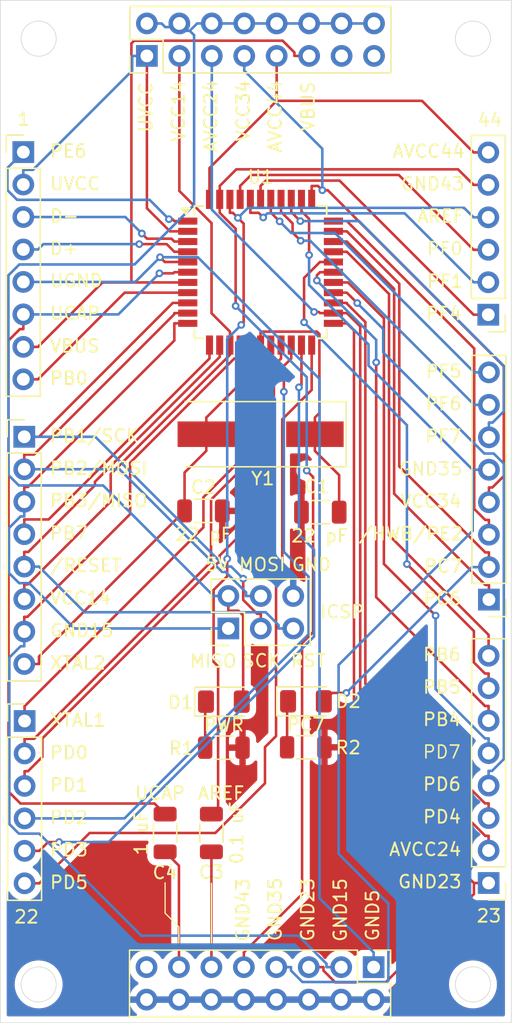
<source format=kicad_pcb>
(kicad_pcb (version 20240108) (generator "pcbnew") (generator_version "8.0")
  (layers (0 "F.Cu" signal) (31 "B.Cu" signal) (34 "B.Paste" user) (35 "F.Paste" user) (36 "B.SilkS" user "B.Silkscreen") (37 "F.SilkS" user "F.Silkscreen") (38 "B.Mask" user) (39 "F.Mask" user) (44 "Edge.Cuts" user))
  (net 0 "")
  (net 1 "GND")
  (net 2 "XTAL1")
  (net 3 "XTAL2")
  (net 4 "AREF")
  (net 5 "Net-(J9-Pin_11)")
  (net 6 "Net-(J9-Pin_13)")
  (net 7 "UCAP")
  (net 8 "RESET")
  (net 9 "MOSI")
  (net 10 "5V")
  (net 11 "MISO")
  (net 12 "SCK")
  (net 13 "GND5")
  (net 14 "Net-(J2-Pin_4)")
  (net 15 "VBUS")
  (net 16 "Net-(J2-Pin_1)")
  (net 17 "Net-(J2-Pin_3)")
  (net 18 "Net-(J2-Pin_8)")
  (net 19 "PWR2")
  (net 20 "GND15")
  (net 21 "PWR14")
  (net 22 "Net-(J3-Pin_4)")
  (net 23 "Net-(J4-Pin_2)")
  (net 24 "Net-(J4-Pin_5)")
  (net 25 "Net-(J4-Pin_6)")
  (net 26 "Net-(J4-Pin_3)")
  (net 27 "Net-(J4-Pin_4)")
  (net 28 "Net-(J5-Pin_6)")
  (net 29 "Net-(J5-Pin_5)")
  (net 30 "Net-(J5-Pin_7)")
  (net 31 "Net-(J5-Pin_4)")
  (net 32 "Net-(J5-Pin_3)")
  (net 33 "Net-(J5-Pin_8)")
  (net 34 "PWR24")
  (net 35 "GND23")
  (net 36 "GND35")
  (net 37 "Net-(J6-Pin_7)")
  (net 38 "Net-(J6-Pin_3)")
  (net 39 "PWR34")
  (net 40 "Net-(J6-Pin_1)")
  (net 41 "Net-(J6-Pin_8)")
  (net 42 "Net-(J6-Pin_6)")
  (net 43 "IO13")
  (net 44 "Net-(J7-Pin_2)")
  (net 45 "GND43")
  (net 46 "Net-(J7-Pin_3)")
  (net 47 "Net-(J7-Pin_1)")
  (net 48 "PWR44")
  (net 52 "Net-(D1-K)")
  (net 53 "Net-(D2-K)")
  (footprint "Crystal:Crystal_SMD_HC49-SD" (layer "F.Cu") (at 140.375 73.95 180)
    (property "Reference" "Y1")
    (property "Value" "16 MHz" (hide yes))
  )
  (footprint "Connector_PinHeader_2.54mm:PinHeader_1x06_P2.54mm_Vertical" (layer "F.Cu") (at 121.9 96.39)
    (property "Reference" "J4" (hide yes))
    (property "Value" "~" (hide yes))
  )
  (footprint "Resistor_SMD:R_1206_3216Metric" (layer "F.Cu") (at 137.5 98.475)
    (property "Reference" "R1")
    (property "Value" "220")
  )
  (footprint "Capacitor_SMD:C_1206_3216Metric" (layer "F.Cu") (at 136.525 105.15 -90)
    (property "Reference" "C3")
    (property "Value" "0.1 uF")
  )
  (footprint "Connector_PinHeader_2.54mm:PinHeader_2x08_P2.54mm_Vertical" (layer "F.Cu") (at 149.225 115.65 -90)
    (property "Reference" "J9" (hide yes))
    (property "Value" "GND" (hide yes))
  )
  (footprint "LED_SMD:LED_1206_3216Metric" (layer "F.Cu") (at 137.5 94.875)
    (property "Reference" "D1")
    (property "Value" "PWR")
  )
  (footprint "Connector_PinHeader_2.54mm:PinHeader_1x06_P2.54mm_Vertical" (layer "F.Cu") (at 158.2 64.6 180)
    (property "Reference" "J7" (hide yes))
    (property "Value" "~" (hide yes))
  )
  (footprint "Package_QFP:TQFP-44_10x10mm_P0.8mm" (layer "F.Cu") (at 140.375 61.275)
    (property "Reference" "U1")
    (property "Value" "ATmega32U4-A" (hide yes))
  )
  (footprint "Connector_PinHeader_2.54mm:PinHeader_1x08_P2.54mm_Vertical" (layer "F.Cu") (at 158.25 86.89 180)
    (property "Reference" "J6" (hide yes))
    (property "Value" "~" (hide yes))
  )
  (footprint "Capacitor_SMD:C_1206_3216Metric" (layer "F.Cu") (at 145.05 80.05 180)
    (property "Reference" "C1")
    (property "Value" "22 pF")
  )
  (footprint "Connector_PinHeader_2.54mm:PinHeader_2x08_P2.54mm_Vertical" (layer "F.Cu") (at 131.475 44.35 90)
    (property "Reference" "J8" (hide yes))
    (property "Value" "PWR" (hide yes))
  )
  (footprint "Connector_PinHeader_2.54mm:PinHeader_2x03_P2.54mm_Vertical" (layer "F.Cu") (at 137.85 89.15 90)
    (property "Reference" "J1" (hide yes))
    (property "Value" "ICSP")
  )
  (footprint "Connector_PinHeader_2.54mm:PinHeader_1x08_P2.54mm_Vertical" (layer "F.Cu") (at 121.8 51.875)
    (property "Reference" "J2" (hide yes))
    (property "Value" "~" (hide yes))
  )
  (footprint "Capacitor_SMD:C_1206_3216Metric" (layer "F.Cu") (at 135.9 79.95)
    (property "Reference" "C2")
    (property "Value" "22 pF")
  )
  (footprint "LED_SMD:LED_1206_3216Metric" (layer "F.Cu") (at 143.925 94.85)
    (property "Reference" "D2")
    (property "Value" "PC7")
  )
  (footprint "Connector_PinHeader_2.54mm:PinHeader_1x08_P2.54mm_Vertical" (layer "F.Cu") (at 158.225 109.065 180)
    (property "Reference" "J5" (hide yes))
    (property "Value" "~" (hide yes))
  )
  (footprint "Capacitor_SMD:C_1206_3216Metric" (layer "F.Cu") (at 132.9 105.15 90)
    (property "Reference" "C4")
    (property "Value" "1 uF")
  )
  (footprint "Resistor_SMD:R_1206_3216Metric" (layer "F.Cu") (at 143.9125 98.45)
    (property "Reference" "R2")
    (property "Value" "220")
  )
  (footprint "Connector_PinHeader_2.54mm:PinHeader_1x08_P2.54mm_Vertical" (layer "F.Cu") (at 121.875 74.15)
    (property "Reference" "J3" (hide yes))
    (property "Value" "~" (hide yes))
  )
  (gr_line (start 132.9 109.05) (end 132.9 111.425) (stroke (width 0.1)) (layer "F.SilkS"))
  (gr_line (start 133.975 112.5) (end 133.975 113.75) (stroke (width 0.1)) (layer "F.SilkS"))
  (gr_line (start 136.525 109.1) (end 136.525 113.75) (stroke (width 0.1)) (layer "F.SilkS"))
  (gr_line (start 132.9 111.425) (end 133.975 112.5) (stroke (width 0.1)) (layer "F.SilkS"))
  (gr_circle (center 157 43) (end 158.375 43) (stroke (width 0.05)) (fill none) (layer "Edge.Cuts"))
  (gr_circle (center 157 117) (end 158.375 117) (stroke (width 0.05)) (fill none) (layer "Edge.Cuts"))
  (gr_circle (center 123 117) (end 124.375 117) (stroke (width 0.05)) (fill none) (layer "Edge.Cuts"))
  (gr_rect (start 120 40) (end 160 120) (stroke (width 0.05)) (fill none) (layer "Edge.Cuts"))
  (gr_circle (center 123 43) (end 124.375 43) (stroke (width 0.05)) (fill none) (layer "Edge.Cuts"))
  (gr_text "GND23" (at 144.65 113.725 90) (layer "F.SilkS") (effects (font (size 1 1)) (justify left bottom)))
  (gr_text "PD4" (at 153 104.475 0) (layer "F.SilkS") (effects (font (size 1 1)) (justify left bottom)))
  (gr_text "PF1" (at 153.3 62.575 0) (layer "F.SilkS") (effects (font (size 1 1)) (justify left bottom)))
  (gr_text "GND15" (at 147.2 113.75 90) (layer "F.SilkS") (effects (font (size 1 1)) (justify left bottom)))
  (gr_text "PD1" (at 123.8 101.98 0) (layer "F.SilkS") (effects (font (size 1 1)) (justify left bottom)))
  (gr_text "UVCC" (at 123.8 54.93 0) (layer "F.SilkS") (effects (font (size 1 1)) (justify left bottom)))
  (gr_text "VBUS" (at 144.675 50.325 90) (layer "F.SilkS") (effects (font (size 1 1)) (justify left bottom)))
  (gr_text "PD2" (at 123.8 104.53 0) (layer "F.SilkS") (effects (font (size 1 1) (thickness -0.15)) (justify left bottom)))
  (gr_text "D+" (at 123.8 60.005 0) (layer "F.SilkS") (effects (font (size 1 1) (thickness -0.15)) (justify left bottom)))
  (gr_text "VCC14" (at 134.525 51.15 90) (layer "F.SilkS") (effects (font (size 1 1)) (justify left bottom)))
  (gr_text "PF7" (at 153.175 74.7 0) (layer "F.SilkS") (effects (font (size 1 1)) (justify left bottom)))
  (gr_text "PC7" (at 153.1 84.875 0) (layer "F.SilkS") (effects (font (size 1 1)) (justify left bottom)))
  (gr_text "D-" (at 123.8 57.455 0) (layer "F.SilkS") (effects (font (size 1 1)) (justify left bottom)))
  (gr_text "MOSI" (at 138.59 84.735 0) (layer "F.SilkS") (effects (font (size 1 1)) (justify left bottom)))
  (gr_text "AVCC44" (at 150.625 52.4 0) (layer "F.SilkS") (effects (font (size 1 1)) (justify left bottom)))
  (gr_text "PD7" (at 153 99.4 0) (layer "F.SilkS") (effects (font (size 1 1) (thickness -0.15)) (justify left bottom)))
  (gr_text "GND23" (at 151.05 109.55 0) (layer "F.SilkS") (effects (font (size 1 1)) (justify left bottom)))
  (gr_text "PD6" (at 153 101.925 0) (layer "F.SilkS") (effects (font (size 1 1)) (justify left bottom)))
  (gr_text "UCAP" (at 130.45 102.625 0) (layer "F.SilkS") (effects (font (size 1 1)) (justify left bottom)))
  (gr_text "AREF" (at 135.375 102.625 0) (layer "F.SilkS") (effects (font (size 1 1)) (justify left bottom)))
  (gr_text "GND35" (at 142.1 113.7 90) (layer "F.SilkS") (effects (font (size 1 1)) (justify left bottom)))
  (gr_text "1" (at 121.25 49.875 0) (layer "F.SilkS") (effects (font (size 1 1)) (justify left bottom)))
  (gr_text "PB0" (at 123.8 70.155 0) (layer "F.SilkS") (effects (font (size 1 1)) (justify left bottom)))
  (gr_text "PB4" (at 153 96.85 0) (layer "F.SilkS") (effects (font (size 1 1)) (justify left bottom)))
  (gr_text "PF4" (at 153.2 65.1 0) (layer "F.SilkS") (effects (font (size 1 1)) (justify left bottom)))
  (gr_text "PB1/SCK" (at 123.8 74.655 0) (layer "F.SilkS") (effects (font (size 1 1)) (justify left bottom)))
  (gr_text "XTAL1" (at 123.8 96.905 0) (layer "F.SilkS") (effects (font (size 1 1)) (justify left bottom)))
  (gr_text "PD5" (at 123.8 109.605 0) (layer "F.SilkS") (effects (font (size 1 1)) (justify left bottom)))
  (gr_text "GND43" (at 139.575 113.75 90) (layer "F.SilkS") (effects (font (size 1 1)) (justify left bottom)))
  (gr_text "23" (at 157.2 112.225 0) (layer "F.SilkS") (effects (font (size 1 1)) (justify left bottom)))
  (gr_text "UVCC" (at 131.975 50.425 90) (layer "F.SilkS") (effects (font (size 1 1)) (justify left bottom)))
  (gr_text "GND43" (at 151.275 54.95 0) (layer "F.SilkS") (effects (font (size 1 1)) (justify left bottom)))
  (gr_text "PE6" (at 123.8 52.38 0) (layer "F.SilkS") (effects (font (size 1 1)) (justify left bottom)))
  (gr_text "VCC34" (at 139.6 51.125 90) (layer "F.SilkS") (effects (font (size 1 1)) (justify left bottom)))
  (gr_text "RST" (at 142.64 92.26 0) (layer "F.SilkS") (effects (font (size 1 1)) (justify left bottom)))
  (gr_text "PD0" (at 123.8 99.455 0) (layer "F.SilkS") (effects (font (size 1 1)) (justify left bottom)))
  (gr_text "44" (at 157.275 49.95 0) (layer "F.SilkS") (effects (font (size 1 1)) (justify left bottom)))
  (gr_text "VBUS" (at 123.8 67.63 0) (layer "F.SilkS") (effects (font (size 1 1)) (justify left bottom)))
  (gr_text "AVCC44" (at 142.1 52 90) (layer "F.SilkS") (effects (font (size 1 1)) (justify left bottom)))
  (gr_text "AVCC24" (at 150.35 107.025 0) (layer "F.SilkS") (effects (font (size 1 1)) (justify left bottom)))
  (gr_text "VCC14" (at 123.8 87.355 0) (layer "F.SilkS") (effects (font (size 1 1)) (justify left bottom)))
  (gr_text "AVCC24" (at 137.05 51.975 90) (layer "F.SilkS") (effects (font (size 1 1)) (justify left bottom)))
  (gr_text "UCAP" (at 123.8 65.08 0) (layer "F.SilkS") (effects (font (size 1 1)) (justify left bottom)))
  (gr_text "GND" (at 142.74 84.735 0) (layer "F.SilkS") (effects (font (size 1 1)) (justify left bottom)))
  (gr_text "PF0" (at 153.3 60.025 0) (layer "F.SilkS") (effects (font (size 1 1) (thickness -0.15)) (justify left bottom)))
  (gr_text "PB2/MOSI" (at 123.8 77.205 0) (layer "F.SilkS") (effects (font (size 1 1)) (justify left bottom)))
  (gr_text "PC6" (at 153.025 87.4 0) (layer "F.SilkS") (effects (font (size 1 1)) (justify left bottom)))
  (gr_text "PB5" (at 153 94.325 0) (layer "F.SilkS") (effects (font (size 1 1)) (justify left bottom)))
  (gr_text "5V" (at 135.965 84.735 0) (layer "F.SilkS") (effects (font (size 1 1)) (justify left bottom)))
  (gr_text "/HWB/PE2" (at 147.975 82.325 0) (layer "F.SilkS") (effects (font (size 1 1)) (justify left bottom)))
  (gr_text "PF6" (at 153.2 72.15 0) (layer "F.SilkS") (effects (font (size 1 1)) (justify left bottom)))
  (gr_text "PF5" (at 153.2 69.625 0) (layer "F.SilkS") (effects (font (size 1 1)) (justify left bottom)))
  (gr_text "VCC34" (at 151.225 79.775 0) (layer "F.SilkS") (effects (font (size 1 1)) (justify left bottom)))
  (gr_text "SCK" (at 138.865 92.26 0) (layer "F.SilkS") (effects (font (size 1 1)) (justify left bottom)))
  (gr_text "PB7" (at 123.8 82.28 0) (layer "F.SilkS") (effects (font (size 1 1) (thickness -0.15)) (justify left bottom)))
  (gr_text "PB3/MISO" (at 123.8 79.73 0) (layer "F.SilkS") (effects (font (size 1 1)) (justify left bottom)))
  (gr_text "UGND" (at 123.8 62.53 0) (layer "F.SilkS") (effects (font (size 1 1)) (justify left bottom)))
  (gr_text "MISO" (at 134.765 92.285 0) (layer "F.SilkS") (effects (font (size 1 1)) (justify left bottom)))
  (gr_text "22" (at 121 112.3 0) (layer "F.SilkS") (effects (font (size 1 1)) (justify left bottom)))
  (gr_text "PB6" (at 153 91.775 0) (layer "F.SilkS") (effects (font (size 1 1)) (justify left bottom)))
  (gr_text "/RESET" (at 123.8 84.805 0) (layer "F.SilkS") (effects (font (size 1 1)) (justify left bottom)))
  (gr_text "GND5" (at 149.725 113.7 90) (layer "F.SilkS") (effects (font (size 1 1)) (justify left bottom)))
  (gr_text "XTAL2" (at 123.8 92.43 0) (layer "F.SilkS") (effects (font (size 1 1)) (justify left bottom)))
  (gr_text "PD3" (at 123.8 107.055 0) (layer "F.SilkS") (effects (font (size 1 1)) (justify left bottom)))
  (gr_text "GND35" (at 151.125 77.25 0) (layer "F.SilkS") (effects (font (size 1 1) (thickness -0.15)) (justify left bottom)))
  (gr_text "AREF" (at 152.55 57.475 0) (layer "F.SilkS") (effects (font (size 1 1)) (justify left bottom)))
  (gr_text "GND15" (at 123.8 89.905 0) (layer "F.SilkS") (effects (font (size 1 1)) (justify left bottom)))
  (segment (start 135.9 78.8807) (end 140.375 74.4057) (width 0.2) (layer "F.Cu") (net 2))
  (segment (start 146.525 80.05) (end 146.525 77.1517) (width 0.2) (layer "F.Cu") (net 2))
  (segment (start 144.7858 65.9233) (end 140.375 65.9233) (width 0.2) (layer "F.Cu") (net 2))
  (segment (start 144.9779 72.2954) (end 144.9779 66.1154) (width 0.2) (layer "F.Cu") (net 2))
  (segment (start 121.9 95.2383) (end 135.9 81.2383) (width 0.2) (layer "F.Cu") (net 2))
  (segment (start 144.625 73.95) (end 144.625 75.2517) (width 0.2) (layer "F.Cu") (net 2))
  (segment (start 144.625 73.95) (end 144.625 72.6483) (width 0.2) (layer "F.Cu") (net 2))
  (segment (start 140.375 66.975) (end 140.375 65.9233) (width 0.2) (layer "F.Cu") (net 2))
  (segment (start 146.525 77.1517) (end 144.625 75.2517) (width 0.2) (layer "F.Cu") (net 2))
  (segment (start 140.375 74.4057) (end 140.375 68.0267) (width 0.2) (layer "F.Cu") (net 2))
  (segment (start 144.625 72.6483) (end 144.9779 72.2954) (width 0.2) (layer "F.Cu") (net 2))
  (segment (start 135.9 81.2383) (end 135.9 78.8807) (width 0.2) (layer "F.Cu") (net 2))
  (segment (start 140.375 66.975) (end 140.375 68.0267) (width 0.2) (layer "F.Cu") (net 2))
  (segment (start 144.9779 66.1154) (end 144.7858 65.9233) (width 0.2) (layer "F.Cu") (net 2))
  (segment (start 121.9 96.39) (end 121.9 95.2383) (width 0.2) (layer "F.Cu") (net 2))
  (segment (start 134.425 79.95) (end 134.425 76.9517) (width 0.2) (layer "F.Cu") (net 3))
  (segment (start 139.575 66.975) (end 139.575 69.1983) (width 0.2) (layer "F.Cu") (net 3))
  (segment (start 123.0267 91.3483) (end 134.425 79.95) (width 0.2) (layer "F.Cu") (net 3))
  (segment (start 121.875 91.93) (end 123.0267 91.93) (width 0.2) (layer "F.Cu") (net 3))
  (segment (start 123.0267 91.93) (end 123.0267 91.3483) (width 0.2) (layer "F.Cu") (net 3))
  (segment (start 139.575 69.1983) (end 136.125 72.6483) (width 0.2) (layer "F.Cu") (net 3))
  (segment (start 134.425 76.9517) (end 136.125 75.2517) (width 0.2) (layer "F.Cu") (net 3))
  (segment (start 136.125 73.95) (end 136.125 72.6483) (width 0.2) (layer "F.Cu") (net 3))
  (segment (start 136.125 73.95) (end 136.125 75.2517) (width 0.2) (layer "F.Cu") (net 3))
  (segment (start 137.049 92.1159) (end 137.049 103.151) (width 0.2) (layer "F.Cu") (net 4))
  (segment (start 137.7618 83.7039) (end 137.7618 85.0694) (width 0.2) (layer "F.Cu") (net 4))
  (segment (start 139.0499 65.2083) (end 138.8603 65.3979) (width 0.2) (layer "F.Cu") (net 4))
  (segment (start 139.0499 57.4739) (end 139.0499 65.2083) (width 0.2) (layer "F.Cu") (net 4))
  (segment (start 138.5993 57.0233) (end 139.0499 57.4739) (width 0.2) (layer "F.Cu") (net 4))
  (segment (start 137.7618 85.0694) (end 136.6983 86.1329) (width 0.2) (layer "F.Cu") (net 4))
  (segment (start 137.049 103.151) (end 136.525 103.675) (width 0.2) (layer "F.Cu") (net 4))
  (segment (start 136.6983 86.1329) (end 136.6983 91.7652) (width 0.2) (layer "F.Cu") (net 4))
  (segment (start 136.6983 91.7652) (end 137.049 92.1159) (width 0.2) (layer "F.Cu") (net 4))
  (segment (start 138.2027 56.6267) (end 138.5993 57.0233) (width 0.2) (layer "F.Cu") (net 4))
  (segment (start 137.975 56.6267) (end 138.2027 56.6267) (width 0.2) (layer "F.Cu") (net 4))
  (segment (start 137.975 55.575) (end 137.975 56.6267) (width 0.2) (layer "F.Cu") (net 4))
  (via (at 137.7618 83.7039) (size 0.6) (drill 0.3) (layers "F.Cu" "B.Cu") (net 4))
  (via (at 138.8603 65.3979) (size 0.6) (drill 0.3) (layers "F.Cu" "B.Cu") (net 4))
  (via (at 138.5993 57.0233) (size 0.6) (drill 0.3) (layers "F.Cu" "B.Cu") (net 4))
  (segment (start 157.0483 56.98) (end 156.3066 56.2383) (width 0.2) (layer "B.Cu") (net 4))
  (segment (start 137.7618 66.4964) (end 137.7618 83.7039) (width 0.2) (layer "B.Cu") (net 4))
  (segment (start 139.3843 56.2383) (end 138.5993 57.0233) (width 0.2) (layer "B.Cu") (net 4))
  (segment (start 156.3066 56.2383) (end 139.3843 56.2383) (width 0.2) (layer "B.Cu") (net 4))
  (segment (start 138.8603 65.3979) (end 137.7618 66.4964) (width 0.2) (layer "B.Cu") (net 4))
  (segment (start 158.2 56.98) (end 157.0483 56.98) (width 0.2) (layer "B.Cu") (net 4))
  (segment (start 136.525 115.65) (end 136.525 106.625) (width 0.2) (layer "F.Cu") (net 5))
  (segment (start 132.9 106.625) (end 133.985 107.71) (width 0.2) (layer "F.Cu") (net 6))
  (segment (start 133.985 107.71) (end 133.985 115.65) (width 0.2) (layer "F.Cu") (net 6))
  (segment (start 132.0728 102.8478) (end 121.5779 102.8478) (width 0.2) (layer "F.Cu") (net 7))
  (segment (start 121.8 64.575) (end 121.8 65.7267) (width 0.2) (layer "F.Cu") (net 7))
  (segment (start 120.6432 101.9131) (end 120.6432 66.615) (width 0.2) (layer "F.Cu") (net 7))
  (segment (start 121.5779 102.8478) (end 120.6432 101.9131) (width 0.2) (layer "F.Cu") (net 7))
  (segment (start 134.675 61.275) (end 133.6233 61.275) (width 0.2) (layer "F.Cu") (net 7))
  (segment (start 132.9 103.675) (end 132.0728 102.8478) (width 0.2) (layer "F.Cu") (net 7))
  (segment (start 132.4547 61.3616) (end 133.5367 61.3616) (width 0.2) (layer "F.Cu") (net 7))
  (segment (start 120.6432 66.615) (end 121.5315 65.7267) (width 0.2) (layer "F.Cu") (net 7))
  (segment (start 121.5315 65.7267) (end 121.8 65.7267) (width 0.2) (layer "F.Cu") (net 7))
  (segment (start 133.5367 61.3616) (end 133.6233 61.275) (width 0.2) (layer "F.Cu") (net 7))
  (via (at 132.4547 61.3616) (size 0.6) (drill 0.3) (layers "F.Cu" "B.Cu") (net 7))
  (segment (start 121.8 64.575) (end 122.9517 64.575) (width 0.2) (layer "B.Cu") (net 7))
  (segment (start 122.9517 64.575) (end 129.2413 64.575) (width 0.2) (layer "B.Cu") (net 7))
  (segment (start 129.2413 64.575) (end 132.4547 61.3616) (width 0.2) (layer "B.Cu") (net 7))
  (segment (start 121.875 83.1583) (end 122.1968 83.1583) (width 0.2) (layer "F.Cu") (net 8))
  (segment (start 121.875 84.31) (end 121.875 83.1583) (width 0.2) (layer "F.Cu") (net 8))
  (segment (start 137.175 67.9035) (end 137.175 66.975) (width 0.2) (layer "F.Cu") (net 8))
  (segment (start 127.4065 77.9486) (end 127.4065 77.672) (width 0.2) (layer "F.Cu") (net 8))
  (segment (start 127.4065 77.672) (end 137.175 67.9035) (width 0.2) (layer "F.Cu") (net 8))
  (segment (start 122.1968 83.1583) (end 127.4065 77.9486) (width 0.2) (layer "F.Cu") (net 8))
  (segment (start 142.93 89.15) (end 141.7783 89.15) (width 0.2) (layer "B.Cu") (net 8))
  (segment (start 126.5967 87.88) (end 140.7768 87.88) (width 0.2) (layer "B.Cu") (net 8))
  (segment (start 141.7783 88.8815) (end 141.7783 89.15) (width 0.2) (layer "B.Cu") (net 8))
  (segment (start 140.7768 87.88) (end 141.7783 88.8815) (width 0.2) (layer "B.Cu") (net 8))
  (segment (start 121.875 84.31) (end 123.0267 84.31) (width 0.2) (layer "B.Cu") (net 8))
  (segment (start 123.0267 84.31) (end 126.5967 87.88) (width 0.2) (layer "B.Cu") (net 8))
  (segment (start 122.6402 75.5383) (end 133.6233 64.5552) (width 0.2) (layer "F.Cu") (net 9))
  (segment (start 133.6233 64.5552) (end 133.6233 64.475) (width 0.2) (layer "F.Cu") (net 9))
  (segment (start 121.875 75.5383) (end 122.6402 75.5383) (width 0.2) (layer "F.Cu") (net 9))
  (segment (start 134.675 64.475) (end 133.6233 64.475) (width 0.2) (layer "F.Cu") (net 9))
  (segment (start 121.875 76.69) (end 121.875 75.5383) (width 0.2) (layer "F.Cu") (net 9))
  (segment (start 137.3684 84.7293) (end 137.641 84.7293) (width 0.2) (layer "B.Cu") (net 9))
  (segment (start 140.39 86.61) (end 139.2383 86.61) (width 0.2) (layer "B.Cu") (net 9))
  (segment (start 121.875 76.69) (end 123.0267 76.69) (width 0.2) (layer "B.Cu") (net 9))
  (segment (start 129.3291 76.69) (end 137.3684 84.7293) (width 0.2) (layer "B.Cu") (net 9))
  (segment (start 139.2383 86.3265) (end 139.2383 86.61) (width 0.2) (layer "B.Cu") (net 9))
  (segment (start 137.641 84.7293) (end 139.2382 86.3265) (width 0.2) (layer "B.Cu") (net 9))
  (segment (start 123.0267 76.69) (end 129.3291 76.69) (width 0.2) (layer "B.Cu") (net 9))
  (segment (start 139.2382 86.3265) (end 139.2383 86.3265) (width 0.2) (layer "B.Cu") (net 9))
  (segment (start 137.85 86.61) (end 137.85 87.7617) (width 0.2) (layer "F.Cu") (net 10))
  (segment (start 137.85 87.7617) (end 138.6418 87.7617) (width 0.2) (layer "F.Cu") (net 10))
  (segment (start 138.6418 87.7617) (end 139.01 88.1299) (width 0.2) (layer "F.Cu") (net 10))
  (segment (start 139.01 88.1299) (end 139.01 94.765) (width 0.2) (layer "F.Cu") (net 10))
  (segment (start 139.01 94.765) (end 138.9 94.875) (width 0.2) (layer "F.Cu") (net 10))
  (segment (start 134.8275 42.3858) (end 135.4033 41.81) (width 0.2) (layer "B.Cu") (net 10))
  (segment (start 134.015 41.81) (end 134.015 42.0979) (width 0.2) (layer "B.Cu") (net 10))
  (segment (start 139.095 41.81) (end 136.555 41.81) (width 0.2) (layer "B.Cu") (net 10))
  (segment (start 135.1706 56.0055) (end 135.1706 42.7289) (width 0.2) (layer "B.Cu") (net 10))
  (segment (start 135.1706 42.7289) (end 134.8275 42.3858) (width 0.2) (layer "B.Cu") (net 10))
  (segment (start 120.6329 61.5214) (end 121.486 60.6683) (width 0.2) (layer "B.Cu") (net 10))
  (segment (start 121.486 60.6683) (end 130.5078 60.6683) (width 0.2) (layer "B.Cu") (net 10))
  (segment (start 137.85 86.61) (end 136.6983 86.61) (width 0.2) (layer "B.Cu") (net 10))
  (segment (start 121.4514 77.96) (end 120.6329 77.1415) (width 0.2) (layer "B.Cu") (net 10))
  (segment (start 130.5078 60.6683) (end 135.1706 56.0055) (width 0.2) (layer "B.Cu") (net 10))
  (segment (start 136.555 41.81) (end 135.4033 41.81) (width 0.2) (layer "B.Cu") (net 10))
  (segment (start 132.9146 42.0979) (end 132.6267 41.81) (width 0.2) (layer "B.Cu") (net 10))
  (segment (start 134.015 42.0979) (end 134.015 42.3858) (width 0.2) (layer "B.Cu") (net 10))
  (segment (start 134.015 42.0979) (end 132.9146 42.0979) (width 0.2) (layer "B.Cu") (net 10))
  (segment (start 131.475 41.81) (end 132.6267 41.81) (width 0.2) (layer "B.Cu") (net 10))
  (segment (start 120.6329 77.1415) (end 120.6329 61.5214) (width 0.2) (layer "B.Cu") (net 10))
  (segment (start 149.255 41.81) (end 146.715 41.81) (width 0.2) (layer "B.Cu") (net 10))
  (segment (start 136.6983 86.61) (end 128.0483 77.96) (width 0.2) (layer "B.Cu") (net 10))
  (segment (start 141.635 41.81) (end 139.095 41.81) (width 0.2) (layer "B.Cu") (net 10))
  (segment (start 128.0483 77.96) (end 121.4514 77.96) (width 0.2) (layer "B.Cu") (net 10))
  (segment (start 134.015 42.3858) (end 134.8275 42.3858) (width 0.2) (layer "B.Cu") (net 10))
  (segment (start 146.715 41.81) (end 144.175 41.81) (width 0.2) (layer "B.Cu") (net 10))
  (segment (start 144.175 41.81) (end 141.635 41.81) (width 0.2) (layer "B.Cu") (net 10))
  (segment (start 134.675 65.275) (end 133.6233 65.275) (width 0.2) (layer "F.Cu") (net 11))
  (segment (start 133.6233 66.6179) (end 133.6233 65.275) (width 0.2) (layer "F.Cu") (net 11))
  (segment (start 121.875 79.23) (end 121.875 78.0783) (width 0.2) (layer "F.Cu") (net 11))
  (segment (start 122.1629 78.0783) (end 133.6233 66.6179) (width 0.2) (layer "F.Cu") (net 11))
  (segment (start 121.875 78.0783) (end 122.1629 78.0783) (width 0.2) (layer "F.Cu") (net 11))
  (segment (start 125.8065 89.15) (end 137.85 89.15) (width 0.2) (layer "B.Cu") (net 11))
  (segment (start 120.6743 81.2945) (end 120.6743 84.8064) (width 0.2) (layer "B.Cu") (net 11))
  (segment (start 121.5871 80.3817) (end 120.6743 81.2945) (width 0.2) (layer "B.Cu") (net 11))
  (segment (start 120.6743 84.8064) (end 121.4729 85.605) (width 0.2) (layer "B.Cu") (net 11))
  (segment (start 121.875 80.3817) (end 121.5871 80.3817) (width 0.2) (layer "B.Cu") (net 11))
  (segment (start 121.4729 85.605) (end 122.2615 85.605) (width 0.2) (layer "B.Cu") (net 11))
  (segment (start 121.875 79.23) (end 121.875 80.3817) (width 0.2) (layer "B.Cu") (net 11))
  (segment (start 122.2615 85.605) (end 125.8065 89.15) (width 0.2) (layer "B.Cu") (net 11))
  (segment (start 139.0158 86.9169) (end 139.0158 85.2533) (width 0.2) (layer "F.Cu") (net 12))
  (segment (start 134.675 63.675) (end 133.5017 63.675) (width 0.2) (layer "F.Cu") (net 12))
  (segment (start 121.875 74.15) (end 123.0267 74.15) (width 0.2) (layer "F.Cu") (net 12))
  (segment (start 140.0972 87.9983) (end 139.0158 86.9169) (width 0.2) (layer "F.Cu") (net 12))
  (segment (start 140.39 87.9983) (end 140.0972 87.9983) (width 0.2) (layer "F.Cu") (net 12))
  (segment (start 133.5017 63.675) (end 123.0267 74.15) (width 0.2) (layer "F.Cu") (net 12))
  (segment (start 140.39 89.15) (end 140.39 87.9983) (width 0.2) (layer "F.Cu") (net 12))
  (via (at 139.0158 85.2533) (size 0.6) (drill 0.3) (layers "F.Cu" "B.Cu") (net 12))
  (segment (start 138.0681 84.3056) (end 139.0158 85.2533) (width 0.2) (layer "B.Cu") (net 12))
  (segment (start 137.1601 83.8771) (end 137.1601 83.953) (width 0.2) (layer "B.Cu") (net 12))
  (segment (start 123.0267 74.15) (end 127.433 74.15) (width 0.2) (layer "B.Cu") (net 12))
  (segment (start 137.1601 83.953) (end 137.5127 84.3056) (width 0.2) (layer "B.Cu") (net 12))
  (segment (start 127.433 74.15) (end 137.1601 83.8771) (width 0.2) (layer "B.Cu") (net 12))
  (segment (start 121.875 74.15) (end 123.0267 74.15) (width 0.2) (layer "B.Cu") (net 12))
  (segment (start 137.5127 84.3056) (end 138.0681 84.3056) (width 0.2) (layer "B.Cu") (net 12))
  (segment (start 132.5035 60.1004) (end 132.8781 60.475) (width 0.2) (layer "F.Cu") (net 13))
  (segment (start 132.8781 60.475) (end 134.675 60.475) (width 0.2) (layer "F.Cu") (net 13))
  (via (at 132.5035 60.1004) (size 0.6) (drill 0.3) (layers "F.Cu" "B.Cu") (net 13))
  (segment (start 130.5689 62.035) (end 132.5035 60.1004) (width 0.2) (layer "B.Cu") (net 13))
  (segment (start 144.9904 110.2637) (end 144.9904 69.6291) (width 0.2) (layer "B.Cu") (net 13))
  (segment (start 121.8 62.035) (end 130.5689 62.035) (width 0.2) (layer "B.Cu") (net 13))
  (segment (start 135.4617 60.1004) (end 132.5035 60.1004) (width 0.2) (layer "B.Cu") (net 13))
  (segment (start 149.225 115.65) (end 149.225 114.4983) (width 0.2) (layer "B.Cu") (net 13))
  (segment (start 149.225 114.4983) (end 144.9904 110.2637) (width 0.2) (layer "B.Cu") (net 13))
  (segment (start 144.9904 69.6291) (end 135.4617 60.1004) (width 0.2) (layer "B.Cu") (net 13))
  (segment (start 133.0248 59.0765) (end 130.8753 59.0765) (width 0.2) (layer "F.Cu") (net 14))
  (segment (start 133.6233 59.675) (end 133.0248 59.0765) (width 0.2) (layer "F.Cu") (net 14))
  (segment (start 134.675 59.675) (end 133.6233 59.675) (width 0.2) (layer "F.Cu") (net 14))
  (via (at 130.8753 59.0765) (size 0.6) (drill 0.3) (layers "F.Cu" "B.Cu") (net 14))
  (segment (start 121.8 59.495) (end 122.9517 59.495) (width 0.2) (layer "B.Cu") (net 14))
  (segment (start 123.3702 59.0765) (end 130.8753 59.0765) (width 0.2) (layer "B.Cu") (net 14))
  (segment (start 122.9517 59.495) (end 123.3702 59.0765) (width 0.2) (layer "B.Cu") (net 14))
  (segment (start 133.6233 62.075) (end 130.2602 62.075) (width 0.2) (layer "F.Cu") (net 15))
  (segment (start 144.175 44.35) (end 143.0233 44.35) (width 0.2) (layer "F.Cu") (net 15))
  (segment (start 130.4745 43.1594) (end 130.2602 43.3737) (width 0.2) (layer "F.Cu") (net 15))
  (segment (start 142.1012 43.1594) (end 130.4745 43.1594) (width 0.2) (layer "F.Cu") (net 15))
  (segment (start 130.2602 43.3737) (end 130.2602 62.075) (width 0.2) (layer "F.Cu") (net 15))
  (segment (start 143.0233 44.0815) (end 142.1012 43.1594) (width 0.2) (layer "F.Cu") (net 15))
  (segment (start 127.9917 62.075) (end 122.9517 67.115) (width 0.2) (layer "F.Cu") (net 15))
  (segment (start 130.2602 62.075) (end 127.9917 62.075) (width 0.2) (layer "F.Cu") (net 15))
  (segment (start 121.8 67.115) (end 122.9517 67.115) (width 0.2) (layer "F.Cu") (net 15))
  (segment (start 143.0233 44.35) (end 143.0233 44.0815) (width 0.2) (layer "F.Cu") (net 15))
  (segment (start 134.675 62.075) (end 133.6233 62.075) (width 0.2) (layer "F.Cu") (net 15))
  (segment (start 133.4735 57.1252) (end 133.1998 57.1252) (width 0.2) (layer "F.Cu") (net 16))
  (segment (start 134.675 57.275) (end 133.6233 57.275) (width 0.2) (layer "F.Cu") (net 16))
  (segment (start 133.6233 57.275) (end 133.4735 57.1252) (width 0.2) (layer "F.Cu") (net 16))
  (via (at 133.1998 57.1252) (size 0.6) (drill 0.3) (layers "F.Cu" "B.Cu") (net 16))
  (segment (start 120.554 53.121) (end 120.554 54.8497) (width 0.2) (layer "B.Cu") (net 16))
  (segment (start 131.6853 55.6107) (end 133.1998 57.1252) (width 0.2) (layer "B.Cu") (net 16))
  (segment (start 121.8 51.875) (end 120.554 53.121) (width 0.2) (layer "B.Cu") (net 16))
  (segment (start 120.554 54.8497) (end 121.315 55.6107) (width 0.2) (layer "B.Cu") (net 16))
  (segment (start 121.315 55.6107) (end 131.6853 55.6107) (width 0.2) (layer "B.Cu") (net 16))
  (segment (start 134.675 58.875) (end 133.6233 58.875) (width 0.2) (layer "F.Cu") (net 17))
  (segment (start 131.0813 58.2484) (end 131.4846 58.6517) (width 0.2) (layer "F.Cu") (net 17))
  (segment (start 133.4 58.6517) (end 133.6233 58.875) (width 0.2) (layer "F.Cu") (net 17))
  (segment (start 131.4846 58.6517) (end 133.4 58.6517) (width 0.2) (layer "F.Cu") (net 17))
  (via (at 131.0813 58.2484) (size 0.6) (drill 0.3) (layers "F.Cu" "B.Cu") (net 17))
  (segment (start 129.7879 56.955) (end 131.0813 58.2484) (width 0.2) (layer "B.Cu") (net 17))
  (segment (start 121.8 56.955) (end 129.7879 56.955) (width 0.2) (layer "B.Cu") (net 17))
  (segment (start 129.7317 62.875) (end 134.675 62.875) (width 0.2) (layer "F.Cu") (net 18))
  (segment (start 122.9517 69.655) (end 129.7317 62.875) (width 0.2) (layer "F.Cu") (net 18))
  (segment (start 121.8 69.655) (end 122.9517 69.655) (width 0.2) (layer "F.Cu") (net 18))
  (segment (start 131.475 44.35) (end 131.475 56.2718) (width 0.2) (layer "F.Cu") (net 19))
  (segment (start 133.2782 58.075) (end 133.6233 58.075) (width 0.2) (layer "F.Cu") (net 19))
  (segment (start 131.475 56.2718) (end 133.2782 58.075) (width 0.2) (layer "F.Cu") (net 19))
  (segment (start 134.675 58.075) (end 133.6233 58.075) (width 0.2) (layer "F.Cu") (net 19))
  (segment (start 122.5617 53.2633) (end 130.3233 45.5017) (width 0.2) (layer "B.Cu") (net 19))
  (segment (start 131.475 44.35) (end 130.3233 44.35) (width 0.2) (layer "B.Cu") (net 19))
  (segment (start 121.8 53.2633) (end 122.5617 53.2633) (width 0.2) (layer "B.Cu") (net 19))
  (segment (start 121.8 54.415) (end 121.8 53.2633) (width 0.2) (layer "B.Cu") (net 19))
  (segment (start 130.3233 45.5017) (end 130.3233 44.35) (width 0.2) (layer "B.Cu") (net 19))
  (segment (start 138.775 66.975) (end 138.775 68.0267) (width 0.2) (layer "F.Cu") (net 20))
  (segment (start 130.1615 76.1821) (end 138.3169 68.0267) (width 0.2) (layer "F.Cu") (net 20))
  (segment (start 121.875 89.39) (end 121.875 88.2383) (width 0.2) (layer "F.Cu") (net 20))
  (segment (start 130.1615 80.2042) (end 130.1615 76.1821) (width 0.2) (layer "F.Cu") (net 20))
  (segment (start 122.1274 88.2383) (end 130.1615 80.2042) (width 0.2) (layer "F.Cu") (net 20))
  (segment (start 121.875 88.2383) (end 122.1274 88.2383) (width 0.2) (layer "F.Cu") (net 20))
  (segment (start 138.3169 68.0267) (end 138.775 68.0267) (width 0.2) (layer "F.Cu") (net 20))
  (segment (start 145.5333 115.3815) (end 145.5333 115.65) (width 0.2) (layer "B.Cu") (net 20))
  (segment (start 146.685 115.65) (end 145.5333 115.65) (width 0.2) (layer "B.Cu") (net 20))
  (segment (start 121.875 89.39) (end 121.875 90.5417) (width 0.2) (layer "B.Cu") (net 20))
  (segment (start 131.0326 113.1868) (end 143.3386 113.1868) (width 0.2) (layer "B.Cu") (net 20))
  (segment (start 123.0502 105.2044) (end 131.0326 113.1868) (width 0.2) (layer "B.Cu") (net 20))
  (segment (start 143.3386 113.1868) (end 145.5333 115.3815) (width 0.2) (layer "B.Cu") (net 20))
  (segment (start 121.875 90.5417) (end 121.5871 90.5417) (width 0.2) (layer "B.Cu") (net 20))
  (segment (start 120.7058 104.4541) (end 121.4561 105.2044) (width 0.2) (layer "B.Cu") (net 20))
  (segment (start 121.5871 90.5417) (end 120.7058 91.423) (width 0.2) (layer "B.Cu") (net 20))
  (segment (start 121.4561 105.2044) (end 123.0502 105.2044) (width 0.2) (layer "B.Cu") (net 20))
  (segment (start 120.7058 91.423) (end 120.7058 104.4541) (width 0.2) (layer "B.Cu") (net 20))
  (segment (start 134.015 44.35) (end 134.015 45.5017) (width 0.2) (layer "F.Cu") (net 21))
  (segment (start 136.5358 57.4358) (end 136.5358 64.4841) (width 0.2) (layer "F.Cu") (net 21))
  (segment (start 134.015 45.5017) (end 134.015 54.915) (width 0.2) (layer "F.Cu") (net 21))
  (segment (start 121.875 86.85) (end 121.875 85.6983) (width 0.2) (layer "F.Cu") (net 21))
  (segment (start 121.875 85.6983) (end 122.1629 85.6983) (width 0.2) (layer "F.Cu") (net 21))
  (segment (start 137.975 66.975) (end 137.975 65.9233) (width 0.2) (layer "F.Cu") (net 21))
  (segment (start 128.6425 77.0754) (end 137.975 67.7429) (width 0.2) (layer "F.Cu") (net 21))
  (segment (start 137.975 67.7429) (end 137.975 66.975) (width 0.2) (layer "F.Cu") (net 21))
  (segment (start 128.6425 79.2187) (end 128.6425 77.0754) (width 0.2) (layer "F.Cu") (net 21))
  (segment (start 136.5358 64.4841) (end 137.975 65.9233) (width 0.2) (layer "F.Cu") (net 21))
  (segment (start 122.1629 85.6983) (end 128.6425 79.2187) (width 0.2) (layer "F.Cu") (net 21))
  (segment (start 134.015 54.915) (end 136.5358 57.4358) (width 0.2) (layer "F.Cu") (net 21))
  (segment (start 121.875 81.77) (end 121.875 80.6183) (width 0.2) (layer "F.Cu") (net 22))
  (segment (start 121.875 80.6183) (end 123.7834 80.6183) (width 0.2) (layer "F.Cu") (net 22))
  (segment (start 123.7834 80.6183) (end 136.375 68.0267) (width 0.2) (layer "F.Cu") (net 22))
  (segment (start 136.375 66.975) (end 136.375 68.0267) (width 0.2) (layer "F.Cu") (net 22))
  (segment (start 136.4973 83.9325) (end 122.6515 97.7783) (width 0.2) (layer "F.Cu") (net 23))
  (segment (start 140.9578 68.2439) (end 140.9578 74.6107) (width 0.2) (layer "F.Cu") (net 23))
  (segment (start 141.175 66.975) (end 141.175 68.0267) (width 0.2) (layer "F.Cu") (net 23))
  (segment (start 140.9578 74.6107) (end 136.4973 79.0712) (width 0.2) (layer "F.Cu") (net 23))
  (segment (start 121.9 98.93) (end 121.9 97.7783) (width 0.2) (layer "F.Cu") (net 23))
  (segment (start 141.175 68.0267) (end 140.9578 68.2439) (width 0.2) (layer "F.Cu") (net 23))
  (segment (start 136.4973 79.0712) (end 136.4973 83.9325) (width 0.2) (layer "F.Cu") (net 23))
  (segment (start 122.6515 97.7783) (end 121.9 97.7783) (width 0.2) (layer "F.Cu") (net 23))
  (segment (start 143.575 70.0836) (end 143.3784 70.2802) (width 0.2) (layer "F.Cu") (net 24))
  (segment (start 124.5989 105.8616) (end 123.7401 105.8616) (width 0.2) (layer "F.Cu") (net 24))
  (segment (start 121.9 106.55) (end 123.0517 106.55) (width 0.2) (layer "F.Cu") (net 24))
  (segment (start 143.575 66.975) (end 143.575 70.0836) (width 0.2) (layer "F.Cu") (net 24))
  (segment (start 123.7401 105.8616) (end 123.0517 106.55) (width 0.2) (layer "F.Cu") (net 24))
  (via (at 143.3784 70.2802) (size 0.6) (drill 0.3) (layers "F.Cu" "B.Cu") (net 24))
  (via (at 124.5989 105.8616) (size 0.6) (drill 0.3) (layers "F.Cu" "B.Cu") (net 24))
  (segment (start 144.5601 89.782) (end 128.4805 105.8616) (width 0.2) (layer "B.Cu") (net 24))
  (segment (start 128.4805 105.8616) (end 124.5989 105.8616) (width 0.2) (layer "B.Cu") (net 24))
  (segment (start 143.3784 81.8029) (end 144.5601 82.9846) (width 0.2) (layer "B.Cu") (net 24))
  (segment (start 144.5601 82.9846) (end 144.5601 89.782) (width 0.2) (layer "B.Cu") (net 24))
  (segment (start 143.3784 70.2802) (end 143.3784 81.8029) (width 0.2) (layer "B.Cu") (net 24))
  (segment (start 140.7188 101.2644) (end 140.7188 98.4355) (width 0.2) (layer "F.Cu") (net 25))
  (segment (start 141.5863 97.568) (end 141.5863 84.7691) (width 0.2) (layer "F.Cu") (net 25))
  (segment (start 144.375 70.484) (end 144.375 66.975) (width 0.2) (layer "F.Cu") (net 25))
  (segment (start 123.0517 109.09) (end 126.9902 105.1515) (width 0.2) (layer "F.Cu") (net 25))
  (segment (start 121.9 109.09) (end 123.0517 109.09) (width 0.2) (layer "F.Cu") (net 25))
  (segment (start 141.5863 84.7691) (end 142.0733 84.2821) (width 0.2) (layer "F.Cu") (net 25))
  (segment (start 140.7188 98.4355) (end 141.5863 97.568) (width 0.2) (layer "F.Cu") (net 25))
  (segment (start 142.0733 84.2821) (end 142.0733 72.7857) (width 0.2) (layer "F.Cu") (net 25))
  (segment (start 126.9902 105.1515) (end 136.8317 105.1515) (width 0.2) (layer "F.Cu") (net 25))
  (segment (start 142.0733 72.7857) (end 144.375 70.484) (width 0.2) (layer "F.Cu") (net 25))
  (segment (start 136.8317 105.1515) (end 140.7188 101.2644) (width 0.2) (layer "F.Cu") (net 25))
  (segment (start 137.1601 83.8839) (end 123.2898 97.7542) (width 0.2) (layer "F.Cu") (net 26))
  (segment (start 141.975 68.0267) (end 141.419 68.5827) (width 0.2) (layer "F.Cu") (net 26))
  (segment (start 121.9 101.47) (end 121.9 100.3183) (width 0.2) (layer "F.Cu") (net 26))
  (segment (start 137.1601 83.4548) (end 137.1601 83.8839) (width 0.2) (layer "F.Cu") (net 26))
  (segment (start 122.1685 100.3183) (end 121.9 100.3183) (width 0.2) (layer "F.Cu") (net 26))
  (segment (start 141.419 79.1959) (end 137.1601 83.4548) (width 0.2) (layer "F.Cu") (net 26))
  (segment (start 123.2898 99.197) (end 122.1685 100.3183) (width 0.2) (layer "F.Cu") (net 26))
  (segment (start 141.419 68.5827) (end 141.419 79.1959) (width 0.2) (layer "F.Cu") (net 26))
  (segment (start 123.2898 97.7542) (end 123.2898 99.197) (width 0.2) (layer "F.Cu") (net 26))
  (segment (start 141.975 66.975) (end 141.975 68.0267) (width 0.2) (layer "F.Cu") (net 26))
  (segment (start 142.775 68.0267) (end 142.1955 68.6062) (width 0.2) (layer "F.Cu") (net 27))
  (segment (start 142.1955 68.6062) (end 142.1955 70.6256) (width 0.2) (layer "F.Cu") (net 27))
  (segment (start 142.775 66.975) (end 142.775 68.0267) (width 0.2) (layer "F.Cu") (net 27))
  (via (at 142.1955 70.6256) (size 0.6) (drill 0.3) (layers "F.Cu" "B.Cu") (net 27))
  (segment (start 129.7216 104.01) (end 123.0517 104.01) (width 0.2) (layer "B.Cu") (net 27))
  (segment (start 142.1955 70.6256) (end 142.1955 83.1566) (width 0.2) (layer "B.Cu") (net 27))
  (segment (start 142.1955 83.1566) (end 144.1313 85.0924) (width 0.2) (layer "B.Cu") (net 27))
  (segment (start 121.9 104.01) (end 123.0517 104.01) (width 0.2) (layer "B.Cu") (net 27))
  (segment (start 144.1313 85.0924) (end 144.1313 89.6003) (width 0.2) (layer "B.Cu") (net 27))
  (segment (start 144.1313 89.6003) (end 129.7216 104.01) (width 0.2) (layer "B.Cu") (net 27))
  (segment (start 149.4255 86.7017) (end 149.4255 68.3275) (width 0.2) (layer "F.Cu") (net 28))
  (segment (start 144.7795 61.5188) (end 145.0233 61.275) (width 0.2) (layer "F.Cu") (net 28))
  (segment (start 158.225 95.2133) (end 157.9371 95.2133) (width 0.2) (layer "F.Cu") (net 28))
  (segment (start 158.225 96.365) (end 158.225 95.2133) (width 0.2) (layer "F.Cu") (net 28))
  (segment (start 157.9371 95.2133) (end 149.4255 86.7017) (width 0.2) (layer "F.Cu") (net 28))
  (segment (start 144.7795 61.9238) (end 144.7795 61.5188) (width 0.2) (layer "F.Cu") (net 28))
  (segment (start 146.075 61.275) (end 145.0233 61.275) (width 0.2) (layer "F.Cu") (net 28))
  (via (at 149.4255 68.3275) (size 0.6) (drill 0.3) (layers "F.Cu" "B.Cu") (net 28))
  (via (at 144.7795 61.9238) (size 0.6) (drill 0.3) (layers "F.Cu" "B.Cu") (net 28))
  (segment (start 149.4255 66.5698) (end 144.7795 61.9238) (width 0.2) (layer "B.Cu") (net 28))
  (segment (start 149.4255 68.3275) (end 149.4255 66.5698) (width 0.2) (layer "B.Cu") (net 28))
  (segment (start 150.0272 64.8822) (end 147.22 62.075) (width 0.2) (layer "F.Cu") (net 29))
  (segment (start 147.22 62.075) (end 146.075 62.075) (width 0.2) (layer "F.Cu") (net 29))
  (segment (start 154.0743 88.1428) (end 150.0272 84.0957) (width 0.2) (layer "F.Cu") (net 29))
  (segment (start 150.0272 84.0957) (end 150.0272 64.8822) (width 0.2) (layer "F.Cu") (net 29))
  (via (at 154.0743 88.1428) (size 0.6) (drill 0.3) (layers "F.Cu" "B.Cu") (net 29))
  (segment (start 158.225 98.905) (end 158.225 97.7533) (width 0.2) (layer "B.Cu") (net 29))
  (segment (start 157.9371 97.7533) (end 154.0743 93.8905) (width 0.2) (layer "B.Cu") (net 29))
  (segment (start 158.225 97.7533) (end 157.9371 97.7533) (width 0.2) (layer "B.Cu") (net 29))
  (segment (start 154.0743 93.8905) (end 154.0743 88.1428) (width 0.2) (layer "B.Cu") (net 29))
  (segment (start 158.225 92.6733) (end 157.937 92.6733) (width 0.2) (layer "F.Cu") (net 30))
  (segment (start 158.225 93.825) (end 158.225 92.6733) (width 0.2) (layer "F.Cu") (net 30))
  (segment (start 143.7789 61.7194) (end 143.7789 65.1908) (width 0.2) (layer "F.Cu") (net 30))
  (segment (start 145.0233 60.475) (end 143.7789 61.7194) (width 0.2) (layer "F.Cu") (net 30))
  (segment (start 157.0733 91.8096) (end 157.0733 89.3528) (width 0.2) (layer "F.Cu") (net 30))
  (segment (start 157.937 92.6733) (end 157.0733 91.8096) (width 0.2) (layer "F.Cu") (net 30))
  (segment (start 157.0733 89.3528) (end 151.8311 84.1106) (width 0.2) (layer "F.Cu") (net 30))
  (segment (start 146.075 60.475) (end 145.0233 60.475) (width 0.2) (layer "F.Cu") (net 30))
  (via (at 151.8311 84.1106) (size 0.6) (drill 0.3) (layers "F.Cu" "B.Cu") (net 30))
  (via (at 143.7789 65.1908) (size 0.6) (drill 0.3) (layers "F.Cu" "B.Cu") (net 30))
  (segment (start 151.8311 84.1106) (end 151.8311 73.243) (width 0.2) (layer "B.Cu") (net 30))
  (segment (start 151.8311 73.243) (end 143.7789 65.1908) (width 0.2) (layer "B.Cu") (net 30))
  (segment (start 147.1267 62.875) (end 147.9411 63.6894) (width 0.2) (layer "F.Cu") (net 31))
  (segment (start 146.075 62.875) (end 147.1267 62.875) (width 0.2) (layer "F.Cu") (net 31))
  (via (at 147.9411 63.6894) (size 0.6) (drill 0.3) (layers "F.Cu" "B.Cu") (net 31))
  (segment (start 158.6241 75.46) (end 157.8858 75.46) (width 0.2) (layer "B.Cu") (net 31))
  (segment (start 158.225 100.2933) (end 158.4935 100.2933) (width 0.2) (layer "B.Cu") (net 31))
  (segment (start 158.225 101.445) (end 158.225 100.2933) (width 0.2) (layer "B.Cu") (net 31))
  (segment (start 159.4157 99.3711) (end 159.4157 76.2516) (width 0.2) (layer "B.Cu") (net 31))
  (segment (start 157.8858 75.46) (end 149.9752 67.5494) (width 0.2) (layer "B.Cu") (net 31))
  (segment (start 158.4935 100.2933) (end 159.4157 99.3711) (width 0.2) (layer "B.Cu") (net 31))
  (segment (start 149.9752 67.5494) (end 149.9752 65.7235) (width 0.2) (layer "B.Cu") (net 31))
  (segment (start 149.9752 65.7235) (end 147.9411 63.6894) (width 0.2) (layer "B.Cu") (net 31))
  (segment (start 159.4157 76.2516) (end 158.6241 75.46) (width 0.2) (layer "B.Cu") (net 31))
  (segment (start 147.1267 63.7274) (end 148.5759 65.1766) (width 0.2) (layer "F.Cu") (net 32))
  (segment (start 158.225 103.985) (end 158.225 102.8333) (width 0.2) (layer "F.Cu") (net 32))
  (segment (start 148.5759 65.1766) (end 148.5759 93.4721) (width 0.2) (layer "F.Cu") (net 32))
  (segment (start 157.9371 102.8333) (end 158.225 102.8333) (width 0.2) (layer "F.Cu") (net 32))
  (segment (start 147.1267 63.675) (end 147.1267 63.7274) (width 0.2) (layer "F.Cu") (net 32))
  (segment (start 148.5759 93.4721) (end 157.9371 102.8333) (width 0.2) (layer "F.Cu") (net 32))
  (segment (start 146.075 63.675) (end 147.1267 63.675) (width 0.2) (layer "F.Cu") (net 32))
  (segment (start 158.225 90.1333) (end 158.225 89.6536) (width 0.2) (layer "F.Cu") (net 33))
  (segment (start 150.4289 62.9772) (end 147.1267 59.675) (width 0.2) (layer "F.Cu") (net 33))
  (segment (start 146.075 59.675) (end 147.1267 59.675) (width 0.2) (layer "F.Cu") (net 33))
  (segment (start 158.225 91.285) (end 158.225 90.1333) (width 0.2) (layer "F.Cu") (net 33))
  (segment (start 150.4289 81.8575) (end 150.4289 62.9772) (width 0.2) (layer "F.Cu") (net 33))
  (segment (start 158.225 89.6536) (end 150.4289 81.8575) (width 0.2) (layer "F.Cu") (net 33))
  (segment (start 146.075 64.475) (end 147.1267 64.475) (width 0.2) (layer "F.Cu") (net 34))
  (segment (start 147.1267 64.475) (end 148.1742 65.5225) (width 0.2) (layer "F.Cu") (net 34))
  (segment (start 148.1742 65.5225) (end 148.1742 95.5889) (width 0.2) (layer "F.Cu") (net 34))
  (segment (start 144.9306 64.3823) (end 144.5625 64.3823) (width 0.2) (layer "F.Cu") (net 34))
  (segment (start 146.075 64.475) (end 145.0233 64.475) (width 0.2) (layer "F.Cu") (net 34))
  (segment (start 158.225 106.525) (end 158.225 105.3733) (width 0.2) (layer "F.Cu") (net 34))
  (segment (start 157.9586 105.3733) (end 158.225 105.3733) (width 0.2) (layer "F.Cu") (net 34))
  (segment (start 148.1742 95.5889) (end 157.9586 105.3733) (width 0.2) (layer "F.Cu") (net 34))
  (segment (start 145.0233 64.475) (end 144.9306 64.3823) (width 0.2) (layer "F.Cu") (net 34))
  (via (at 144.5625 64.3823) (size 0.6) (drill 0.3) (layers "F.Cu" "B.Cu") (net 34))
  (segment (start 136.555 56.3748) (end 144.5625 64.3823) (width 0.2) (layer "B.Cu") (net 34))
  (segment (start 136.555 44.35) (end 136.555 56.3748) (width 0.2) (layer "B.Cu") (net 34))
  (segment (start 144.145 115.65) (end 145.2967 115.65) (width 0.2) (layer "F.Cu") (net 35))
  (segment (start 147.6849 65.8332) (end 147.1267 65.275) (width 0.2) (layer "F.Cu") (net 35))
  (segment (start 157.0733 109.9288) (end 150.1615 116.8406) (width 0.2) (layer "F.Cu") (net 35))
  (segment (start 145.2967 115.9185) (end 145.2967 115.65) (width 0.2) (layer "F.Cu") (net 35))
  (segment (start 158.225 109.065) (end 157.0733 109.065) (width 0.2) (layer "F.Cu") (net 35))
  (segment (start 146.2188 116.8406) (end 145.2967 115.9185) (width 0.2) (layer "F.Cu") (net 35))
  (segment (start 157.0733 109.065) (end 147.6849 99.6766) (width 0.2) (layer "F.Cu") (net 35))
  (segment (start 157.0733 109.065) (end 157.0733 109.9288) (width 0.2) (layer "F.Cu") (net 35))
  (segment (start 146.075 65.275) (end 147.1267 65.275) (width 0.2) (layer "F.Cu") (net 35))
  (segment (start 150.1615 116.8406) (end 146.2188 116.8406) (width 0.2) (layer "F.Cu") (net 35))
  (segment (start 147.6849 99.6766) (end 147.6849 65.8332) (width 0.2) (layer "F.Cu") (net 35))
  (segment (start 143.7018 56.6267) (end 143.575 56.6267) (width 0.2) (layer "F.Cu") (net 36))
  (segment (start 144.172 59.9314) (end 144.172 57.0969) (width 0.2) (layer "F.Cu") (net 36))
  (segment (start 143.575 55.575) (end 143.575 56.6267) (width 0.2) (layer "F.Cu") (net 36))
  (segment (start 144.172 57.0969) (end 143.7018 56.6267) (width 0.2) (layer "F.Cu") (net 36))
  (via (at 144.172 59.9314) (size 0.6) (drill 0.3) (layers "F.Cu" "B.Cu") (net 36))
  (segment (start 156.9772 76.73) (end 156.9772 81.5079) (width 0.2) (layer "B.Cu") (net 36))
  (segment (start 142.7567 115.9185) (end 142.7567 115.65) (width 0.2) (layer "B.Cu") (net 36))
  (segment (start 156.9772 76.73) (end 157.1992 76.73) (width 0.2) (layer "B.Cu") (net 36))
  (segment (start 141.605 115.65) (end 142.7567 115.65) (width 0.2) (layer "B.Cu") (net 36))
  (segment (start 156.9772 81.5079) (end 146.4814 92.0037) (width 0.2) (layer "B.Cu") (net 36))
  (segment (start 146.4814 106.7864) (end 150.3767 110.6817) (width 0.2) (layer "B.Cu") (net 36))
  (segment (start 144.172 59.9314) (end 144.172 62.2722) (width 0.2) (layer "B.Cu") (net 36))
  (segment (start 150.3767 116.7031) (end 150.2683 116.8115) (width 0.2) (layer "B.Cu") (net 36))
  (segment (start 158.25 76.73) (end 157.1992 76.73) (width 0.2) (layer "B.Cu") (net 36))
  (segment (start 150.3767 110.6817) (end 150.3767 116.7031) (width 0.2) (layer "B.Cu") (net 36))
  (segment (start 150.2683 116.8115) (end 143.6497 116.8115) (width 0.2) (layer "B.Cu") (net 36))
  (segment (start 148.8238 66.924) (end 148.8238 68.5766) (width 0.2) (layer "B.Cu") (net 36))
  (segment (start 143.6497 116.8115) (end 142.7567 115.9185) (width 0.2) (layer "B.Cu") (net 36))
  (segment (start 144.172 62.2722) (end 148.8238 66.924) (width 0.2) (layer "B.Cu") (net 36))
  (segment (start 148.8238 68.5766) (end 156.9772 76.73) (width 0.2) (layer "B.Cu") (net 36))
  (segment (start 146.4814 92.0037) (end 146.4814 106.7864) (width 0.2) (layer "B.Cu") (net 36))
  (segment (start 142.0488 56.6267) (end 142.8805 57.4584) (width 0.2) (layer "F.Cu") (net 37))
  (segment (start 141.975 56.6267) (end 142.0488 56.6267) (width 0.2) (layer "F.Cu") (net 37))
  (segment (start 141.975 55.575) (end 141.975 56.6267) (width 0.2) (layer "F.Cu") (net 37))
  (segment (start 142.8805 57.4584) (end 142.8805 58.1766) (width 0.2) (layer "F.Cu") (net 37))
  (segment (start 142.8805 58.1766) (end 143.5123 58.8084) (width 0.2) (layer "F.Cu") (net 37))
  (via (at 143.5123 58.8084) (size 0.6) (drill 0.3) (layers "F.Cu" "B.Cu") (net 37))
  (segment (start 157.0983 71.65) (end 144.2567 58.8084) (width 0.2) (layer "B.Cu") (net 37))
  (segment (start 144.2567 58.8084) (end 143.5123 58.8084) (width 0.2) (layer "B.Cu") (net 37))
  (segment (start 158.25 71.65) (end 157.0983 71.65) (width 0.2) (layer "B.Cu") (net 37))
  (segment (start 157.0983 79.7946) (end 157.962 80.6583) (width 0.2) (layer "F.Cu") (net 38))
  (segment (start 157.0983 67.2466) (end 157.0983 79.7946) (width 0.2) (layer "F.Cu") (net 38))
  (segment (start 146.075 57.275) (end 147.1267 57.275) (width 0.2) (layer "F.Cu") (net 38))
  (segment (start 157.962 80.6583) (end 158.25 80.6583) (width 0.2) (layer "F.Cu") (net 38))
  (segment (start 147.1267 57.275) (end 157.0983 67.2466) (width 0.2) (layer "F.Cu") (net 38))
  (segment (start 158.25 81.81) (end 158.25 80.6583) (width 0.2) (layer "F.Cu") (net 38))
  (segment (start 145.2074 54.8612) (end 145.6351 54.8612) (width 0.2) (layer "F.Cu") (net 39))
  (segment (start 144.375 54.5233) (end 144.8695 54.5233) (width 0.2) (layer "F.Cu") (net 39))
  (segment (start 144.8695 54.5233) (end 145.2074 54.8612) (width 0.2) (layer "F.Cu") (net 39))
  (segment (start 158.25 79.27) (end 158.25 78.1183) (width 0.2) (layer "F.Cu") (net 39))
  (segment (start 158.5185 78.1183) (end 158.25 78.1183) (width 0.2) (layer "F.Cu") (net 39))
  (segment (start 159.4125 68.6386) (end 159.4125 77.2243) (width 0.2) (layer "F.Cu") (net 39))
  (segment (start 144.375 55.575) (end 144.375 54.5233) (width 0.2) (layer "F.Cu") (net 39))
  (segment (start 145.6351 54.8612) (end 159.4125 68.6386) (width 0.2) (layer "F.Cu") (net 39))
  (segment (start 159.4125 77.2243) (end 158.5185 78.1183) (width 0.2) (layer "F.Cu") (net 39))
  (via (at 145.2074 54.8612) (size 0.6) (drill 0.3) (layers "F.Cu" "B.Cu") (net 39))
  (segment (start 145.2074 51.6141) (end 145.2074 54.8612) (width 0.2) (layer "B.Cu") (net 39))
  (segment (start 139.095 44.35) (end 139.095 45.5017) (width 0.2) (layer "B.Cu") (net 39))
  (segment (start 139.095 45.5017) (end 145.2074 51.6141) (width 0.2) (layer "B.Cu") (net 39))
  (segment (start 158.25 85.7383) (end 157.9621 85.7383) (width 0.2) (layer "F.Cu") (net 40))
  (segment (start 150.8306 62.5789) (end 147.1267 58.875) (width 0.2) (layer "F.Cu") (net 40))
  (segment (start 157.9621 85.7383) (end 150.8306 78.6068) (width 0.2) (layer "F.Cu") (net 40))
  (segment (start 150.8306 78.6068) (end 150.8306 62.5789) (width 0.2) (layer "F.Cu") (net 40))
  (segment (start 158.25 86.89) (end 158.25 85.7383) (width 0.2) (layer "F.Cu") (net 40))
  (segment (start 146.075 58.875) (end 147.1267 58.875) (width 0.2) (layer "F.Cu") (net 40))
  (segment (start 141.175 55.575) (end 141.175 56.6267) (width 0.2) (layer "F.Cu") (net 41))
  (segment (start 141.1955 56.6267) (end 141.8648 57.296) (width 0.2) (layer "F.Cu") (net 41))
  (segment (start 141.175 56.6267) (end 141.1955 56.6267) (width 0.2) (layer "F.Cu") (net 41))
  (via (at 141.8648 57.296) (size 0.6) (drill 0.3) (layers "F.Cu" "B.Cu") (net 41))
  (segment (start 158.25 69.11) (end 157.0983 69.11) (width 0.2) (layer "B.Cu") (net 41))
  (segment (start 146.1949 58.2066) (end 142.7754 58.2066) (width 0.2) (layer "B.Cu") (net 41))
  (segment (start 142.7754 58.2066) (end 141.8648 57.296) (width 0.2) (layer "B.Cu") (net 41))
  (segment (start 157.0983 69.11) (end 146.1949 58.2066) (width 0.2) (layer "B.Cu") (net 41))
  (segment (start 143.4822 57.2735) (end 142.8354 56.6267) (width 0.2) (layer "F.Cu") (net 42))
  (segment (start 142.8354 56.6267) (end 142.775 56.6267) (width 0.2) (layer "F.Cu") (net 42))
  (segment (start 142.775 55.575) (end 142.775 56.6267) (width 0.2) (layer "F.Cu") (net 42))
  (via (at 143.4822 57.2735) (size 0.6) (drill 0.3) (layers "F.Cu" "B.Cu") (net 42))
  (segment (start 159.4319 68.6237) (end 148.0817 57.2735) (width 0.2) (layer "B.Cu") (net 42))
  (segment (start 159.4319 72.1443) (end 159.4319 68.6237) (width 0.2) (layer "B.Cu") (net 42))
  (segment (start 158.25 74.19) (end 158.25 73.0383) (width 0.2) (layer "B.Cu") (net 42))
  (segment (start 148.0817 57.2735) (end 143.4822 57.2735) (width 0.2) (layer "B.Cu") (net 42))
  (segment (start 158.25 73.0383) (end 158.5379 73.0383) (width 0.2) (layer "B.Cu") (net 42))
  (segment (start 158.5379 73.0383) (end 159.4319 72.1443) (width 0.2) (layer "B.Cu") (net 42))
  (segment (start 158.25 83.1983) (end 157.9621 83.1983) (width 0.2) (layer "F.Cu") (net 43))
  (segment (start 146.075 58.075) (end 147.1267 58.075) (width 0.2) (layer "F.Cu") (net 43))
  (segment (start 157.9621 83.1983) (end 151.2323 76.4685) (width 0.2) (layer "F.Cu") (net 43))
  (segment (start 158.25 84.35) (end 158.25 83.1983) (width 0.2) (layer "F.Cu") (net 43))
  (segment (start 151.2323 62.1806) (end 147.1267 58.075) (width 0.2) (layer "F.Cu") (net 43))
  (segment (start 145.9823 94.1927) (end 147.0832 94.1927) (width 0.2) (layer "F.Cu") (net 43))
  (segment (start 145.325 94.85) (end 145.9823 94.1927) (width 0.2) (layer "F.Cu") (net 43))
  (segment (start 151.2323 76.4685) (end 151.2323 62.1806) (width 0.2) (layer "F.Cu") (net 43))
  (via (at 147.0832 94.1927) (size 0.6) (drill 0.3) (layers "F.Cu" "B.Cu") (net 43))
  (segment (start 156.9259 84.35) (end 147.0832 94.1927) (width 0.2) (layer "B.Cu") (net 43))
  (segment (start 158.25 84.35) (end 156.9259 84.35) (width 0.2) (layer "B.Cu") (net 43))
  (segment (start 139.575 55.575) (end 139.575 56.6267) (width 0.2) (layer "F.Cu") (net 44))
  (segment (start 140.2188 56.6267) (end 140.5819 56.9898) (width 0.2) (layer "F.Cu") (net 44))
  (segment (start 139.575 56.6267) (end 140.2188 56.6267) (width 0.2) (layer "F.Cu") (net 44))
  (via (at 140.5819 56.9898) (size 0.6) (drill 0.3) (layers "F.Cu" "B.Cu") (net 44))
  (segment (start 140.9054 56.6663) (end 140.5819 56.9898) (width 0.2) (layer "B.Cu") (net 44))
  (segment (start 158.2 62.06) (end 157.0483 62.06) (width 0.2) (layer "B.Cu") (net 44))
  (segment (start 157.0483 62.06) (end 151.6546 56.6663) (width 0.2) (layer "B.Cu") (net 44))
  (segment (start 151.6546 56.6663) (end 140.9054 56.6663) (width 0.2) (layer "B.Cu") (net 44))
  (segment (start 155.8322 53.2239) (end 157.0483 54.44) (width 0.2) (layer "F.Cu") (net 45))
  (segment (start 137.175 54.5233) (end 138.4744 53.2239) (width 0.2) (layer "F.Cu") (net 45))
  (segment (start 143.622 109.9413) (end 143.622 90.3033) (width 0.2) (layer "F.Cu") (net 45))
  (segment (start 137.175 56.1008) (end 137.175 55.575) (width 0.2) (layer "F.Cu") (net 45))
  (segment (start 144.4858 89.4395) (end 144.4858 77.2968) (width 0.2) (layer "F.Cu") (net 45))
  (segment (start 144.4858 77.2968) (end 143.9848 76.7958) (width 0.2) (layer "F.Cu") (net 45))
  (segment (start 138.4226 57.8743) (end 138.4226 63.9159) (width 0.2) (layer "F.Cu") (net 45))
  (segment (start 158.2 54.44) (end 157.0483 54.44) (width 0.2) (layer "F.Cu") (net 45))
  (segment (start 137.175 56.6267) (end 138.4226 57.8743) (width 0.2) (layer "F.Cu") (net 45))
  (segment (start 139.065 115.65) (end 139.065 114.4983) (width 0.2) (layer "F.Cu") (net 45))
  (segment (start 137.175 56.1008) (end 137.175 56.6267) (width 0.2) (layer "F.Cu") (net 45))
  (segment (start 137.175 55.575) (end 137.175 54.5233) (width 0.2) (layer "F.Cu") (net 45))
  (segment (start 143.622 90.3033) (end 144.4858 89.4395) (width 0.2) (layer "F.Cu") (net 45))
  (segment (start 139.065 114.4983) (end 143.622 109.9413) (width 0.2) (layer "F.Cu") (net 45))
  (segment (start 138.4744 53.2239) (end 155.8322 53.2239) (width 0.2) (layer "F.Cu") (net 45))
  (via (at 143.9848 76.7958) (size 0.6) (drill 0.3) (layers "F.Cu" "B.Cu") (net 45))
  (via (at 138.4226 63.9159) (size 0.6) (drill 0.3) (layers "F.Cu" "B.Cu") (net 45))
  (segment (start 143.9848 69.4781) (end 143.9848 76.7958) (width 0.2) (layer "B.Cu") (net 45))
  (segment (start 138.4226 63.9159) (end 143.9848 69.4781) (width 0.2) (layer "B.Cu") (net 45))
  (segment (start 151.1939 53.6656) (end 157.0483 59.52) (width 0.2) (layer "F.Cu") (net 46))
  (segment (start 139.6327 53.6656) (end 151.1939 53.6656) (width 0.2) (layer "F.Cu") (net 46))
  (segment (start 138.775 54.5233) (end 139.6327 53.6656) (width 0.2) (layer "F.Cu") (net 46))
  (segment (start 138.775 55.575) (end 138.775 54.5233) (width 0.2) (layer "F.Cu") (net 46))
  (segment (start 158.2 59.52) (end 157.0483 59.52) (width 0.2) (layer "F.Cu") (net 46))
  (segment (start 158.2 64.6) (end 157.0483 64.6) (width 0.2) (layer "F.Cu") (net 47))
  (segment (start 140.791 54.1073) (end 146.5556 54.1073) (width 0.2) (layer "F.Cu") (net 47))
  (segment (start 140.375 54.5233) (end 140.791 54.1073) (width 0.2) (layer "F.Cu") (net 47))
  (segment (start 146.5556 54.1073) (end 157.0483 64.6) (width 0.2) (layer "F.Cu") (net 47))
  (segment (start 140.375 55.575) (end 140.375 54.5233) (width 0.2) (layer "F.Cu") (net 47))
  (segment (start 153.0122 47.8639) (end 157.0483 51.9) (width 0.2) (layer "F.Cu") (net 48))
  (segment (start 136.375 54.5233) (end 136.375 53.1239) (width 0.2) (layer "F.Cu") (net 48))
  (segment (start 141.635 47.8639) (end 153.0122 47.8639) (width 0.2) (layer "F.Cu") (net 48))
  (segment (start 141.635 47.8639) (end 141.635 45.5017) (width 0.2) (layer "F.Cu") (net 48))
  (segment (start 141.635 44.35) (end 141.635 45.5017) (width 0.2) (layer "F.Cu") (net 48))
  (segment (start 158.2 51.9) (end 157.0483 51.9) (width 0.2) (layer "F.Cu") (net 48))
  (segment (start 136.375 55.575) (end 136.375 54.5233) (width 0.2) (layer "F.Cu") (net 48))
  (segment (start 136.375 53.1239) (end 141.635 47.8639) (width 0.2) (layer "F.Cu") (net 48))
  (segment (start 136.1 94.875) (end 136.0375 94.9375) (width 0.2) (layer "F.Cu") (net 52))
  (segment (start 136.0375 94.9375) (end 136.0375 98.475) (width 0.2) (layer "F.Cu") (net 52))
  (segment (start 142.45 94.925) (end 142.45 98.45) (width 0.2) (layer "F.Cu") (net 53))
  (segment (start 142.525 94.85) (end 142.45 94.925) (width 0.2) (layer "F.Cu") (net 53))
  (zone (net 1) (net_name "GND") (layers "F&B.Cu") (connect_pads (clearance 0.5)) (min_thickness 0.25) (fill yes (thermal_gap 0.5) (thermal_bridge_width 0.5))
    (polygon (pts (xy 120.025 40.025) (xy 160 40) (xy 160 120) (xy 120 119.975)))
  )
)
</source>
